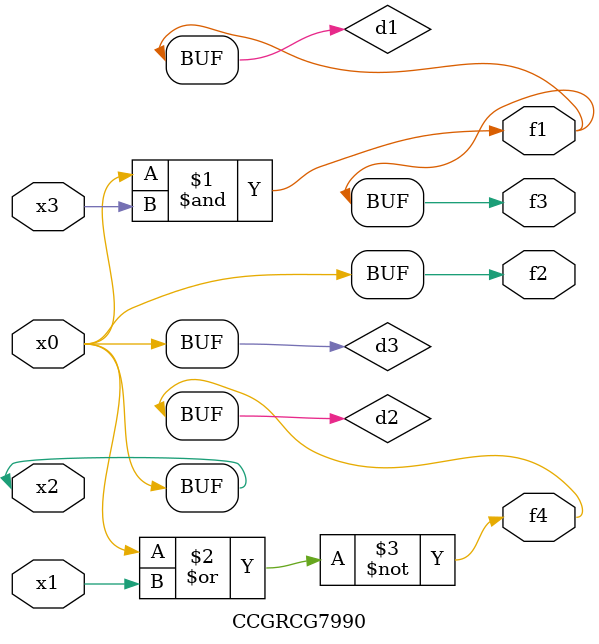
<source format=v>
module CCGRCG7990(
	input x0, x1, x2, x3,
	output f1, f2, f3, f4
);

	wire d1, d2, d3;

	and (d1, x2, x3);
	nor (d2, x0, x1);
	buf (d3, x0, x2);
	assign f1 = d1;
	assign f2 = d3;
	assign f3 = d1;
	assign f4 = d2;
endmodule

</source>
